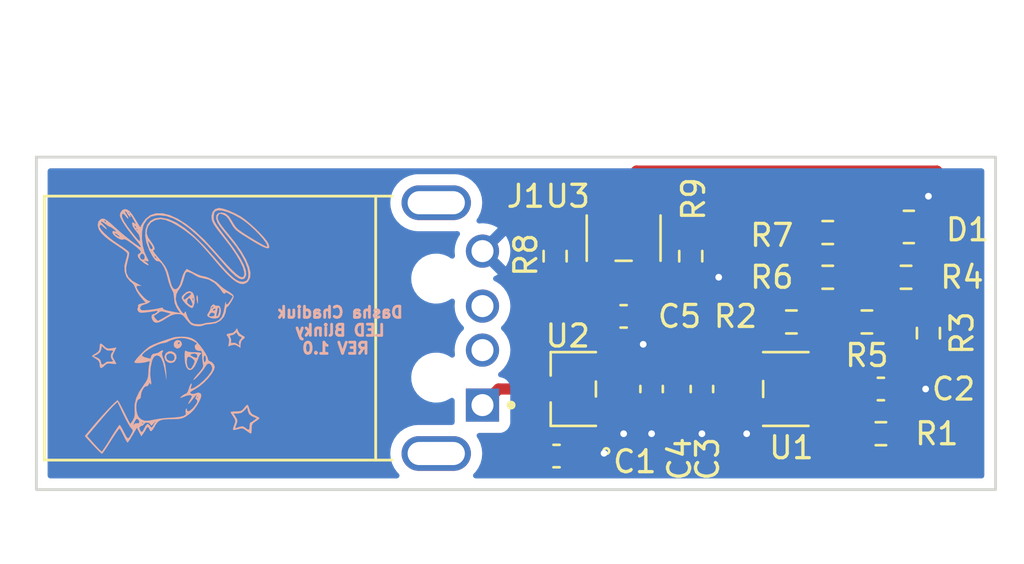
<source format=kicad_pcb>
(kicad_pcb (version 20211014) (generator pcbnew)
  (layers (0 "F.Cu" signal) (31 "B.Cu" signal) (34 "B.Paste" user) (35 "F.Paste" user) (36 "B.SilkS" user "B.Silkscreen") (37 "F.SilkS" user "F.Silkscreen") (38 "B.Mask" user) (39 "F.Mask" user) (44 "Edge.Cuts" user))
  (net 0 "")
  (net 1 "+5V")
  (net 4 "GND")
  (net 5 "Net-(U1-Pad3)")
  (net 6 "+3.3V")
  (net 7 "/Vref")
  (net 8 "/Vref_Buffered")
  (net 9 "Net-(C2-Pad1)")
  (net 10 "Net-(D1-Pad2)")
  (net 11 "Net-(R1-Pad2)")
  (net 12 "Net-(R3-Pad2)")
  (net 13 "Net-(R4-Pad2)")
  (net 14 "Net-(R5-Pad2)")
  (footprint "Resistor_SMD:R_0603_1608Metric" (layer "F.Cu") (at 170.561 102.87 180)
    (fp_text reference "R1" (at -2.54 0) (layer "F.SilkS"))
    (fp_text value "R_1.58k")
    (pad "1" smd roundrect (at -0.825 0 180) (size 0.8 0.95) (layers "F.Cu" "F.Paste" "F.Mask") (net 8 "/Vref_Buffered"))
    (pad "2" smd roundrect (at 0.825 0 180) (size 0.8 0.95) (layers "F.Cu" "F.Paste" "F.Mask") (net 11 "Net-(R1-Pad2)"))
  )
  (footprint "eclectronics:MOLEX_48037-0001" (layer "F.Cu") (at 150.3665 98.06975 -90)
    (fp_text reference "J1" (at -5.99475 -4.0655 180) (layer "F.SilkS"))
    (fp_text value "USB2_A")
    (pad "" np_thru_hole circle (at -2.25 0 270) (size 1.25 1.25) (drill 1.25) (layers *.Cu *.Mask))
    (pad "" np_thru_hole circle (at 2.25 0 270) (size 1.25 1.25) (drill 1.25) (layers *.Cu *.Mask))
    (pad "1" thru_hole rect (at 3.5 -2.1 270) (size 1.508 1.508) (drill 1) (layers *.Cu *.Mask) (net 1 "+5V"))
    (pad "2" thru_hole circle (at 1 -2.1 270) (size 1.508 1.508) (drill 1) (layers *.Cu *.Mask))
    (pad "3" thru_hole circle (at -1 -2.1 270) (size 1.508 1.508) (drill 1) (layers *.Cu *.Mask))
    (pad "4" thru_hole circle (at -3.5 -2.1 270) (size 1.508 1.508) (drill 1) (layers *.Cu *.Mask) (net 4 "GND"))
    (pad "S1" thru_hole oval (at 5.7 0 270) (size 1.575 3.15) (drill oval 1.05 2.6) (layers *.Cu *.Mask))
    (pad "S2" thru_hole oval (at -5.7 0 270) (size 1.575 3.15) (drill oval 1.05 2.6) (layers *.Cu *.Mask))
  )
  (footprint "Resistor_SMD:R_0603_1608Metric" (layer "F.Cu") (at 166.497 97.79 180)
    (fp_text reference "R2" (at 2.54 0.254) (layer "F.SilkS"))
    (fp_text value "R_301")
    (pad "1" smd roundrect (at -0.825 0 180) (size 0.8 0.95) (layers "F.Cu" "F.Paste" "F.Mask") (net 5 "Net-(U1-Pad3)"))
    (pad "2" smd roundrect (at 0.825 0 180) (size 0.8 0.95) (layers "F.Cu" "F.Paste" "F.Mask") (net 11 "Net-(R1-Pad2)"))
  )
  (footprint "Capacitor_SMD:C_0603_1608Metric" (layer "F.Cu") (at 170.561 100.838)
    (fp_text reference "C2" (at 3.302 0) (layer "F.SilkS"))
    (fp_text value "C_10000pF")
    (pad "1" smd roundrect (at -0.775 0) (size 0.9 0.95) (layers "F.Cu" "F.Paste" "F.Mask") (net 9 "Net-(C2-Pad1)"))
    (pad "2" smd roundrect (at 0.775 0) (size 0.9 0.95) (layers "F.Cu" "F.Paste" "F.Mask") (net 4 "GND"))
  )
  (footprint "Capacitor_SMD:C_0603_1608Metric" (layer "F.Cu") (at 162.433 100.838 -90)
    (fp_text reference "C3" (at 3.175 -0.254 90) (layer "F.SilkS"))
    (fp_text value "C_0.1uF")
    (pad "1" smd roundrect (at -0.775 0 270) (size 0.9 0.95) (layers "F.Cu" "F.Paste" "F.Mask") (net 6 "+3.3V"))
    (pad "2" smd roundrect (at 0.775 0 270) (size 0.9 0.95) (layers "F.Cu" "F.Paste" "F.Mask") (net 4 "GND"))
  )
  (footprint "Resistor_SMD:R_0603_1608Metric" (layer "F.Cu") (at 172.72 98.298 90)
    (fp_text reference "R3" (at 0 1.524 90) (layer "F.SilkS"))
    (fp_text value "R_10M")
    (pad "1" smd roundrect (at -0.825 0 90) (size 0.8 0.95) (layers "F.Cu" "F.Paste" "F.Mask") (net 9 "Net-(C2-Pad1)"))
    (pad "2" smd roundrect (at 0.825 0 90) (size 0.8 0.95) (layers "F.Cu" "F.Paste" "F.Mask") (net 12 "Net-(R3-Pad2)"))
  )
  (footprint "eclectronics:MCP1702T-3302E&slash_CB" (layer "F.Cu") (at 156.591 100.838 90)
    (fp_text reference "U2" (at 2.413 -0.254 180) (layer "F.SilkS"))
    (fp_text value "MCP1702T-3302ECB")
    (pad "1" smd rect (at -0.950001 1.1952 90) (size 0.9398 1.3208) (layers "F.Cu" "F.Paste" "F.Mask") (net 4 "GND"))
    (pad "2" smd rect (at 0.950001 1.1952 90) (size 0.9398 1.3208) (layers "F.Cu" "F.Paste" "F.Mask") (net 6 "+3.3V"))
    (pad "3" smd rect (at 0 -1.1952 90) (size 0.9398 1.3208) (layers "F.Cu" "F.Paste" "F.Mask") (net 1 "+5V"))
  )
  (footprint "Resistor_SMD:R_0603_1608Metric" (layer "F.Cu") (at 168.148 93.726)
    (fp_text reference "R7" (at -2.54 0.127) (layer "F.SilkS"))
    (fp_text value "R_31.6")
    (pad "1" smd roundrect (at -0.825 0) (size 0.8 0.95) (layers "F.Cu" "F.Paste" "F.Mask") (net 5 "Net-(U1-Pad3)"))
    (pad "2" smd roundrect (at 0.825 0) (size 0.8 0.95) (layers "F.Cu" "F.Paste" "F.Mask") (net 10 "Net-(D1-Pad2)"))
  )
  (footprint "Resistor_SMD:R_0603_1608Metric" (layer "F.Cu") (at 161.925 94.79915 -90)
    (fp_text reference "R9" (at -2.59715 -0.127 90) (layer "F.SilkS"))
    (fp_text value "R_1k")
    (pad "1" smd roundrect (at -0.825 0 270) (size 0.8 0.95) (layers "F.Cu" "F.Paste" "F.Mask") (net 7 "/Vref"))
    (pad "2" smd roundrect (at 0.825 0 270) (size 0.8 0.95) (layers "F.Cu" "F.Paste" "F.Mask") (net 4 "GND"))
  )
  (footprint "Capacitor_SMD:C_0603_1608Metric" (layer "F.Cu") (at 155.829 103.886)
    (fp_text reference "C1" (at 3.556 0.254) (layer "F.SilkS"))
    (fp_text value "C_1uF")
    (pad "1" smd roundrect (at -0.775 0) (size 0.9 0.95) (layers "F.Cu" "F.Paste" "F.Mask") (net 1 "+5V"))
    (pad "2" smd roundrect (at 0.775 0) (size 0.9 0.95) (layers "F.Cu" "F.Paste" "F.Mask") (net 4 "GND"))
  )
  (footprint "eclectronics:MCP6021T-E_OT" (layer "F.Cu") (at 166.243 100.838 180)
    (fp_text reference "U1" (at -0.254 -2.667) (layer "F.SilkS"))
    (fp_text value "MCP6021T-EOT")
    (pad "1" smd rect (at -1.2954 -0.950001 180) (size 1.3208 0.508) (layers "F.Cu" "F.Paste" "F.Mask") (net 11 "Net-(R1-Pad2)"))
    (pad "2" smd rect (at -1.2954 0 180) (size 1.3208 0.508) (layers "F.Cu" "F.Paste" "F.Mask") (net 9 "Net-(C2-Pad1)"))
    (pad "3" smd rect (at -1.2954 0.950001 180) (size 1.3208 0.508) (layers "F.Cu" "F.Paste" "F.Mask") (net 5 "Net-(U1-Pad3)"))
    (pad "4" smd rect (at 1.2954 0.950001 180) (size 1.3208 0.508) (layers "F.Cu" "F.Paste" "F.Mask") (net 6 "+3.3V"))
    (pad "5" smd rect (at 1.2954 -0.950001 180) (size 1.3208 0.508) (layers "F.Cu" "F.Paste" "F.Mask") (net 4 "GND"))
  )
  (footprint "Capacitor_SMD:C_0603_1608Metric" (layer "F.Cu") (at 160.147 100.838 -90)
    (fp_text reference "C4" (at 3.175 -1.27 90) (layer "F.SilkS"))
    (fp_text value "C_1uF")
    (pad "1" smd roundrect (at -0.775 0 270) (size 0.9 0.95) (layers "F.Cu" "F.Paste" "F.Mask") (net 6 "+3.3V"))
    (pad "2" smd roundrect (at 0.775 0 270) (size 0.9 0.95) (layers "F.Cu" "F.Paste" "F.Mask") (net 4 "GND"))
  )
  (footprint "Resistor_SMD:R_0603_1608Metric" (layer "F.Cu") (at 171.704 95.758 180)
    (fp_text reference "R4" (at -2.54 0) (layer "F.SilkS"))
    (fp_text value "R_10M")
    (pad "1" smd roundrect (at -0.825 0 180) (size 0.8 0.95) (layers "F.Cu" "F.Paste" "F.Mask") (net 12 "Net-(R3-Pad2)"))
    (pad "2" smd roundrect (at 0.825 0 180) (size 0.8 0.95) (layers "F.Cu" "F.Paste" "F.Mask") (net 13 "Net-(R4-Pad2)"))
  )
  (footprint "Capacitor_SMD:C_0603_1608Metric" (layer "F.Cu") (at 158.877 97.536)
    (fp_text reference "C5" (at 2.54 0) (layer "F.SilkS"))
    (fp_text value "C_0.1uF")
    (pad "1" smd roundrect (at -0.775 0) (size 0.9 0.95) (layers "F.Cu" "F.Paste" "F.Mask") (net 6 "+3.3V"))
    (pad "2" smd roundrect (at 0.775 0) (size 0.9 0.95) (layers "F.Cu" "F.Paste" "F.Mask") (net 4 "GND"))
  )
  (footprint "Resistor_SMD:R_0603_1608Metric" (layer "F.Cu") (at 168.148 95.758 180)
    (fp_text reference "R6" (at 2.54 0) (layer "F.SilkS"))
    (fp_text value "R_69.8k")
    (pad "1" smd roundrect (at -0.825 0 180) (size 0.8 0.95) (layers "F.Cu" "F.Paste" "F.Mask") (net 14 "Net-(R5-Pad2)"))
    (pad "2" smd roundrect (at 0.825 0 180) (size 0.8 0.95) (layers "F.Cu" "F.Paste" "F.Mask") (net 5 "Net-(U1-Pad3)"))
  )
  (footprint "Resistor_SMD:R_0603_1608Metric" (layer "F.Cu") (at 169.926 97.79 180)
    (fp_text reference "R5" (at 0 -1.524) (layer "F.SilkS"))
    (fp_text value "R_402k")
    (pad "1" smd roundrect (at -0.825 0 180) (size 0.8 0.95) (layers "F.Cu" "F.Paste" "F.Mask") (net 13 "Net-(R4-Pad2)"))
    (pad "2" smd roundrect (at 0.825 0 180) (size 0.8 0.95) (layers "F.Cu" "F.Paste" "F.Mask") (net 14 "Net-(R5-Pad2)"))
  )
  (footprint "Resistor_SMD:R_0603_1608Metric" (layer "F.Cu") (at 155.7655 94.79915 90)
    (fp_text reference "R8" (at 0.05715 -1.3335 90) (layer "F.SilkS"))
    (fp_text value "R_1k")
    (pad "1" smd roundrect (at -0.825 0 90) (size 0.8 0.95) (layers "F.Cu" "F.Paste" "F.Mask") (net 6 "+3.3V"))
    (pad "2" smd roundrect (at 0.825 0 90) (size 0.8 0.95) (layers "F.Cu" "F.Paste" "F.Mask") (net 7 "/Vref"))
  )
  (footprint "Resistor_SMD:R_0805_2012Metric" (layer "F.Cu") (at 171.831 93.472 180)
    (fp_text reference "D1" (at -2.667 -0.127) (layer "F.SilkS"))
    (fp_text value "LED_BLUE")
    (pad "1" smd roundrect (at -0.9125 0 180) (size 1.025 1.4) (layers "F.Cu" "F.Paste" "F.Mask") (roundrect_rratio 0.243902) (net 4 "GND"))
    (pad "2" smd roundrect (at 0.9125 0 180) (size 1.025 1.4) (layers "F.Cu" "F.Paste" "F.Mask") (roundrect_rratio 0.243902) (net 10 "Net-(D1-Pad2)"))
  )
  (footprint "eclectronics:MCP6021T-E_OT" (layer "F.Cu") (at 158.877 93.98 -90)
    (fp_text reference "U3" (at -1.905 2.54 180) (layer "F.SilkS"))
    (fp_text value "MCP6021T-EOT")
    (pad "1" smd rect (at -1.2954 -0.950001 270) (size 1.3208 0.508) (layers "F.Cu" "F.Paste" "F.Mask") (net 7 "/Vref"))
    (pad "2" smd rect (at -1.2954 0 270) (size 1.3208 0.508) (layers "F.Cu" "F.Paste" "F.Mask") (net 8 "/Vref_Buffered"))
    (pad "3" smd rect (at -1.2954 0.950001 270) (size 1.3208 0.508) (layers "F.Cu" "F.Paste" "F.Mask") (net 8 "/Vref_Buffered"))
    (pad "4" smd rect (at 1.2954 0.950001 270) (size 1.3208 0.508) (layers "F.Cu" "F.Paste" "F.Mask") (net 6 "+3.3V"))
    (pad "5" smd rect (at 1.2954 -0.950001 270) (size 1.3208 0.508) (layers "F.Cu" "F.Paste" "F.Mask") (net 4 "GND"))
  )
  (footprint "graphics:mew_pika" (layer "B.Cu") (at 138.684 98.044 180)
    (fp_text reference "G***")
    (fp_text value "LOGO" hide)
  )
  (gr_rect (start 132.207 90.297) (end 175.768 105.41) (layer "Edge.Cuts") (width 0.127) (fill none))
  (gr_text "Dasha Chadiuk \nLED Blinky \nREV 1.0" (at 145.796 98.171) (layer "B.SilkS") (effects (font (size 0.508 0.508) (thickness 0.127)) (justify mirror)))
  (segment (start 155.3958 100.838) (end 155.3958 103.5442) (width 0.508) (layer "F.Cu") (net 1))
  (segment (start 153.19825 100.838) (end 152.4665 101.56975) (width 0.508) (layer "F.Cu") (net 1))
  (segment (start 155.3958 103.5442) (end 155.054 103.886) (width 0.508) (layer "F.Cu") (net 1))
  (segment (start 155.3958 100.838) (end 153.19825 100.838) (width 0.508) (layer "F.Cu") (net 1))
  (segment (start 161.925 95.62415) (end 163.06115 95.62415) (width 0.254) (layer "F.Cu") (net 4))
  (segment (start 156.604 103.886) (end 157.861 103.886) (width 0.254) (layer "F.Cu") (net 4))
  (segment (start 157.7862 102.4142) (end 158.242 102.87) (width 0.254) (layer "F.Cu") (net 4))
  (segment (start 159.827001 95.2754) (end 160.5534 95.2754) (width 0.254) (layer "F.Cu") (net 4))
  (segment (start 171.336 100.838) (end 172.593 100.838) (width 0.254) (layer "F.Cu") (net 4))
  (segment (start 160.147 101.613) (end 160.147 102.87) (width 0.254) (layer "F.Cu") (net 4))
  (segment (start 172.72 92.075) (end 172.72 93.4485) (width 0.254) (layer "F.Cu") (net 4))
  (segment (start 163.06115 95.62415) (end 163.195 95.758) (width 0.254) (layer "F.Cu") (net 4))
  (segment (start 164.9476 101.788001) (end 164.9476 102.3874) (width 0.254) (layer "F.Cu") (net 4))
  (segment (start 159.652 98.692) (end 159.766 98.806) (width 0.254) (layer "F.Cu") (net 4))
  (segment (start 157.861 103.886) (end 157.988 103.759) (width 0.254) (layer "F.Cu") (net 4))
  (segment (start 160.90215 95.62415) (end 161.925 95.62415) (width 0.254) (layer "F.Cu") (net 4))
  (segment (start 172.72 93.4485) (end 172.7435 93.472) (width 0.254) (layer "F.Cu") (net 4))
  (segment (start 160.5534 95.2754) (end 160.90215 95.62415) (width 0.254) (layer "F.Cu") (net 4))
  (segment (start 164.9476 102.3874) (end 164.465 102.87) (width 0.254) (layer "F.Cu") (net 4))
  (segment (start 157.7862 101.788001) (end 157.7862 102.4142) (width 0.254) (layer "F.Cu") (net 4))
  (segment (start 159.652 97.536) (end 159.652 98.692) (width 0.254) (layer "F.Cu") (net 4))
  (segment (start 162.433 101.613) (end 162.433 102.87) (width 0.254) (layer "F.Cu") (net 4))
  (segment (start 158.242 102.87) (end 158.877 102.87) (width 0.254) (layer "F.Cu") (net 4))
  (via (at 158.877 102.87) (size 0.6096) (drill 0.3048) (layers "F.Cu" "B.Cu") (net 4))
  (via (at 164.465 102.87) (size 0.6096) (drill 0.3048) (layers "F.Cu" "B.Cu") (net 4))
  (via (at 160.147 102.87) (size 0.6096) (drill 0.3048) (layers "F.Cu" "B.Cu") (net 4))
  (via (at 163.195 95.758) (size 0.6096) (drill 0.3048) (layers "F.Cu" "B.Cu") (net 4))
  (via (at 162.433 102.87) (size 0.6096) (drill 0.3048) (layers "F.Cu" "B.Cu") (net 4))
  (via (at 172.593 100.838) (size 0.6096) (drill 0.3048) (layers "F.Cu" "B.Cu") (net 4))
  (via (at 157.988 103.759) (size 0.6096) (drill 0.3048) (layers "F.Cu" "B.Cu") (net 4))
  (via (at 159.766 98.806) (size 0.6096) (drill 0.3048) (layers "F.Cu" "B.Cu") (net 4))
  (via (at 172.72 92.075) (size 0.6096) (drill 0.3048) (layers "F.Cu" "B.Cu") (net 4))
  (segment (start 167.5384 98.9584) (end 167.5384 99.887999) (width 0.254) (layer "F.Cu") (net 5))
  (segment (start 167.323 97.789) (end 167.322 97.79) (width 0.254) (layer "F.Cu") (net 5))
  (segment (start 167.322 97.79) (end 167.322 98.742) (width 0.254) (layer "F.Cu") (net 5))
  (segment (start 167.322 98.742) (end 167.5384 98.9584) (width 0.254) (layer "F.Cu") (net 5))
  (segment (start 167.323 95.758) (end 167.323 97.789) (width 0.254) (layer "F.Cu") (net 5))
  (segment (start 167.323 93.726) (end 167.323 95.758) (width 0.254) (layer "F.Cu") (net 5))
  (segment (start 157.926999 95.2754) (end 157.926999 96.331999) (width 0.508) (layer "F.Cu") (net 6))
  (segment (start 159.118 100.063) (end 160.147 100.063) (width 0.508) (layer "F.Cu") (net 6))
  (segment (start 157.7862 99.887999) (end 157.7862 99.0078) (width 0.508) (layer "F.Cu") (net 6))
  (segment (start 160.147 100.063) (end 162.433 100.063) (width 0.508) (layer "F.Cu") (net 6))
  (segment (start 160.134 100.076) (end 160.147 100.063) (width 0.508) (layer "F.Cu") (net 6))
  (segment (start 155.7655 95.62415) (end 156.72485 95.62415) (width 0.508) (layer "F.Cu") (net 6))
  (segment (start 163.637001 99.887999) (end 164.9476 99.887999) (width 0.508) (layer "F.Cu") (net 6))
  (segment (start 162.433 100.063) (end 163.462 100.063) (width 0.508) (layer "F.Cu") (net 6))
  (segment (start 158.115 97.549) (end 158.102 97.536) (width 0.508) (layer "F.Cu") (net 6))
  (segment (start 157.926999 96.331999) (end 158.115 96.52) (width 0.508) (layer "F.Cu") (net 6))
  (segment (start 158.115 97.523) (end 158.102 97.536) (width 0.508) (layer "F.Cu") (net 6))
  (segment (start 158.115 98.679) (end 158.115 97.549) (width 0.508) (layer "F.Cu") (net 6))
  (segment (start 158.115 96.52) (end 158.115 97.523) (width 0.508) (layer "F.Cu") (net 6))
  (segment (start 157.7862 99.0078) (end 158.115 98.679) (width 0.508) (layer "F.Cu") (net 6))
  (segment (start 157.7862 99.887999) (end 158.942999 99.887999) (width 0.508) (layer "F.Cu") (net 6))
  (segment (start 156.72485 95.62415) (end 157.0736 95.2754) (width 0.508) (layer "F.Cu") (net 6))
  (segment (start 163.462 100.063) (end 163.637001 99.887999) (width 0.508) (layer "F.Cu") (net 6))
  (segment (start 158.942999 99.887999) (end 159.118 100.063) (width 0.508) (layer "F.Cu") (net 6))
  (segment (start 157.0736 95.2754) (end 157.926999 95.2754) (width 0.508) (layer "F.Cu") (net 6))
  (segment (start 155.7655 93.97415) (end 159.447851 93.97415) (width 0.254) (layer "F.Cu") (net 7))
  (segment (start 159.827001 93.595) (end 159.827001 92.6846) (width 0.25) (layer "F.Cu") (net 7))
  (segment (start 160.206151 93.97415) (end 159.827001 93.595) (width 0.25) (layer "F.Cu") (net 7))
  (segment (start 159.447851 93.97415) (end 159.827001 93.595) (width 0.254) (layer "F.Cu") (net 7))
  (segment (start 161.925 93.97415) (end 160.206151 93.97415) (width 0.25) (layer "F.Cu") (net 7))
  (segment (start 158.877 92.6846) (end 158.877 91.5162) (width 0.508) (layer "F.Cu") (net 8))
  (segment (start 173.101 90.932) (end 174.625 92.456) (width 0.508) (layer "F.Cu") (net 8))
  (segment (start 157.926999 92.6846) (end 158.877 92.6846) (width 0.508) (layer "F.Cu") (net 8))
  (segment (start 174.625 101.219) (end 172.974 102.87) (width 0.508) (layer "F.Cu") (net 8))
  (segment (start 172.974 102.87) (end 171.386 102.87) (width 0.508) (layer "F.Cu") (net 8))
  (segment (start 158.877 91.5162) (end 159.4612 90.932) (width 0.508) (layer "F.Cu") (net 8))
  (segment (start 159.4612 90.932) (end 173.101 90.932) (width 0.508) (layer "F.Cu") (net 8))
  (segment (start 174.625 92.456) (end 174.625 101.219) (width 0.508) (layer "F.Cu") (net 8))
  (segment (start 169.786 99.835) (end 169.786 100.838) (width 0.254) (layer "F.Cu") (net 9))
  (segment (start 172.72 99.123) (end 170.498 99.123) (width 0.254) (layer "F.Cu") (net 9))
  (segment (start 170.498 99.123) (end 169.786 99.835) (width 0.254) (layer "F.Cu") (net 9))
  (segment (start 167.5384 100.838) (end 169.786 100.838) (width 0.254) (layer "F.Cu") (net 9))
  (segment (start 170.053 93.472) (end 170.9185 93.472) (width 0.254) (layer "F.Cu") (net 10))
  (segment (start 169.799 93.726) (end 170.053 93.472) (width 0.254) (layer "F.Cu") (net 10))
  (segment (start 168.973 93.726) (end 169.799 93.726) (width 0.254) (layer "F.Cu") (net 10))
  (segment (start 166.624 101.788001) (end 166.116 101.280001) (width 0.254) (layer "F.Cu") (net 11))
  (segment (start 167.5384 102.3874) (end 168.021 102.87) (width 0.254) (layer "F.Cu") (net 11))
  (segment (start 165.672 98.616) (end 165.672 97.79) (width 0.254) (layer "F.Cu") (net 11))
  (segment (start 166.116 101.280001) (end 166.116 99.06) (width 0.254) (layer "F.Cu") (net 11))
  (segment (start 167.5384 101.788001) (end 166.624 101.788001) (width 0.254) (layer "F.Cu") (net 11))
  (segment (start 166.116 99.06) (end 165.672 98.616) (width 0.254) (layer "F.Cu") (net 11))
  (segment (start 167.5384 101.788001) (end 167.5384 102.3874) (width 0.254) (layer "F.Cu") (net 11))
  (segment (start 168.021 102.87) (end 169.736 102.87) (width 0.254) (layer "F.Cu") (net 11))
  (segment (start 172.529 96.456) (end 172.72 96.647) (width 0.254) (layer "F.Cu") (net 12))
  (segment (start 172.529 95.758) (end 172.529 96.456) (width 0.254) (layer "F.Cu") (net 12))
  (segment (start 172.72 96.647) (end 172.72 97.473) (width 0.254) (layer "F.Cu") (net 12))
  (segment (start 170.751 97.79) (end 170.751 96.711) (width 0.254) (layer "F.Cu") (net 13))
  (segment (start 170.751 96.711) (end 170.879 96.583) (width 0.254) (layer "F.Cu") (net 13))
  (segment (start 170.879 96.583) (end 170.879 95.758) (width 0.254) (layer "F.Cu") (net 13))
  (segment (start 168.973 96.71) (end 168.973 95.758) (width 0.254) (layer "F.Cu") (net 14))
  (segment (start 169.101 96.838) (end 168.973 96.71) (width 0.254) (layer "F.Cu") (net 14))
  (segment (start 169.101 97.79) (end 169.101 96.838) (width 0.254) (layer "F.Cu") (net 14))
  (zone (net 4) (net_name "GND") (layer "B.Cu") (connect_pads (clearance 0.508)) (min_thickness 0.254) (fill yes (thermal_gap 0.508) (thermal_bridge_width 0.508))
    (polygon (pts (xy 176.657 106.426) (xy 130.937 106.299) (xy 130.937 88.646) (xy 176.784 88.646)))
  )
)
</source>
